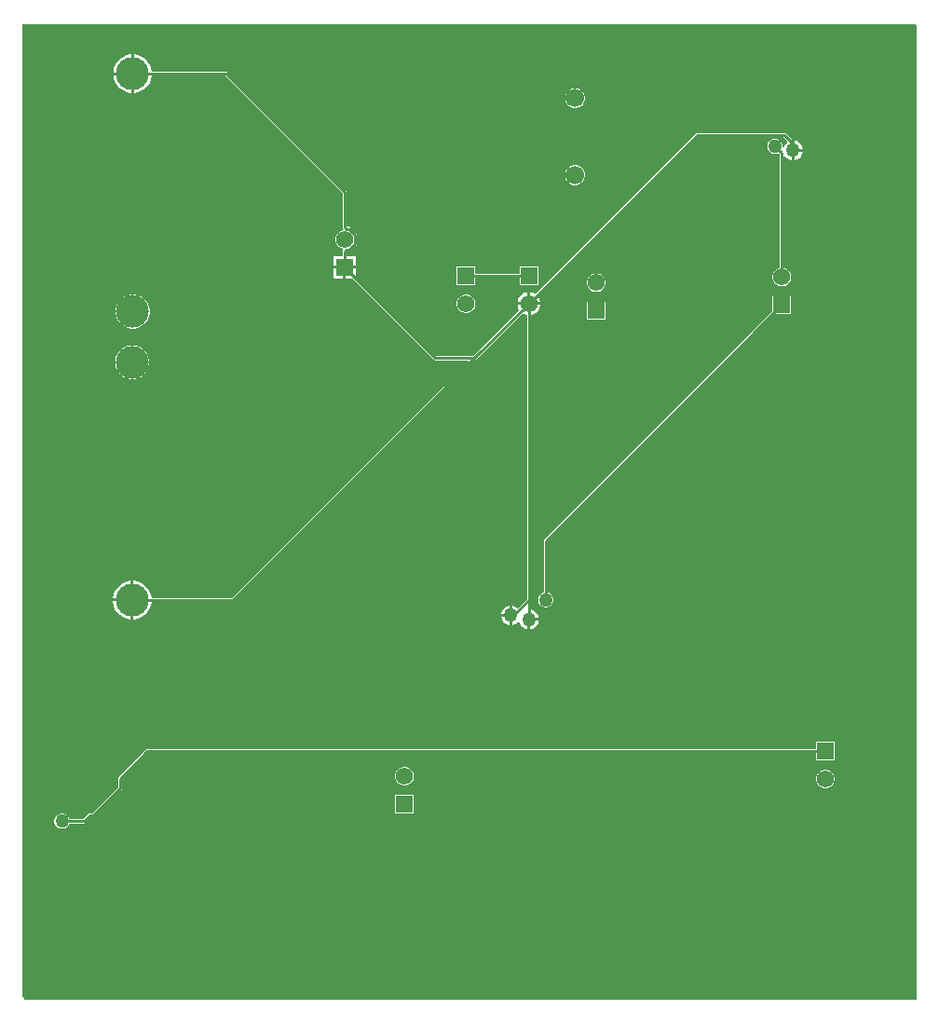
<source format=gbl>
G04*
G04 #@! TF.GenerationSoftware,Altium Limited,Altium Designer,21.5.1 (32)*
G04*
G04 Layer_Physical_Order=2*
G04 Layer_Color=16711680*
%FSLAX25Y25*%
%MOIN*%
G70*
G04*
G04 #@! TF.SameCoordinates,B2D6323A-8D7E-4EAA-9919-96392ECDF185*
G04*
G04*
G04 #@! TF.FilePolarity,Positive*
G04*
G01*
G75*
%ADD13C,0.01000*%
%ADD33C,0.06181*%
%ADD34R,0.06181X0.06181*%
%ADD37C,0.11811*%
%ADD38C,0.06693*%
%ADD39C,0.05000*%
G36*
X319500Y348500D02*
Y0D01*
X0D01*
Y500D01*
X-500Y1000D01*
Y349000D01*
X319000D01*
X319500Y348500D01*
D02*
G37*
%LPC*%
G36*
X38462Y338131D02*
X38282D01*
X36948Y337866D01*
X35691Y337345D01*
X34560Y336590D01*
X33599Y335628D01*
X32843Y334497D01*
X32322Y333240D01*
X32057Y331906D01*
Y331726D01*
X38462D01*
Y338131D01*
D02*
G37*
G36*
Y330726D02*
X32057D01*
Y330545D01*
X32322Y329211D01*
X32843Y327955D01*
X33599Y326824D01*
X34560Y325862D01*
X35691Y325106D01*
X36948Y324586D01*
X38282Y324320D01*
X38462D01*
Y330726D01*
D02*
G37*
G36*
X197745Y326081D02*
X196812D01*
X195911Y325839D01*
X195103Y325373D01*
X194443Y324713D01*
X193977Y323905D01*
X193735Y323004D01*
Y322071D01*
X193977Y321170D01*
X194443Y320362D01*
X195103Y319702D01*
X195911Y319236D01*
X196812Y318994D01*
X197745D01*
X198646Y319236D01*
X199454Y319702D01*
X200114Y320362D01*
X200581Y321170D01*
X200822Y322071D01*
Y323004D01*
X200581Y323905D01*
X200114Y324713D01*
X199454Y325373D01*
X198646Y325839D01*
X197745Y326081D01*
D02*
G37*
G36*
X272279Y309989D02*
X241079D01*
X240807Y309935D01*
X240576Y309781D01*
X183136Y252341D01*
X182358Y252790D01*
X181317Y253069D01*
X181279D01*
Y249479D01*
X184869D01*
Y249517D01*
X184590Y250557D01*
X184141Y251336D01*
X241373Y308568D01*
X271984D01*
X273311Y307242D01*
X273245Y306746D01*
X273130Y306679D01*
X272478Y306028D01*
X272017Y305230D01*
X271975Y305074D01*
X271476Y305140D01*
Y305634D01*
X271292Y306320D01*
X270937Y306935D01*
X270435Y307437D01*
X269820Y307792D01*
X269134Y307976D01*
X268424D01*
X267738Y307792D01*
X267123Y307437D01*
X266621Y306935D01*
X266266Y306320D01*
X266082Y305634D01*
Y304924D01*
X266266Y304238D01*
X266621Y303623D01*
X267123Y303121D01*
X267738Y302766D01*
X268424Y302582D01*
X269134D01*
X269820Y302766D01*
X270116Y302937D01*
X270568Y302484D01*
Y261692D01*
X270010Y261542D01*
X269260Y261109D01*
X268648Y260497D01*
X268215Y259748D01*
X267991Y258911D01*
Y258046D01*
X268215Y257210D01*
X268648Y256460D01*
X269260Y255848D01*
X270010Y255415D01*
X270846Y255191D01*
X271711D01*
X272548Y255415D01*
X273297Y255848D01*
X273909Y256460D01*
X274342Y257210D01*
X274566Y258046D01*
Y258911D01*
X274342Y259748D01*
X273909Y260497D01*
X273297Y261109D01*
X272548Y261542D01*
X271989Y261692D01*
Y301576D01*
X272437Y301717D01*
X272489Y301718D01*
X273130Y301078D01*
X273928Y300617D01*
X274779Y300389D01*
Y303879D01*
Y307784D01*
X272781Y309781D01*
X272551Y309935D01*
X272279Y309989D01*
D02*
G37*
G36*
X275779Y307368D02*
Y304379D01*
X278768D01*
X278540Y305230D01*
X278079Y306028D01*
X277428Y306679D01*
X276630Y307140D01*
X275779Y307368D01*
D02*
G37*
G36*
X278768Y303379D02*
X275779D01*
Y300389D01*
X276630Y300617D01*
X277428Y301078D01*
X278079Y301730D01*
X278540Y302528D01*
X278768Y303379D01*
D02*
G37*
G36*
X197745Y298522D02*
X196812D01*
X195911Y298281D01*
X195103Y297814D01*
X194443Y297154D01*
X193977Y296346D01*
X193735Y295445D01*
Y294512D01*
X193977Y293611D01*
X194443Y292803D01*
X195103Y292143D01*
X195911Y291677D01*
X196812Y291435D01*
X197745D01*
X198646Y291677D01*
X199454Y292143D01*
X200114Y292803D01*
X200581Y293611D01*
X200822Y294512D01*
Y295445D01*
X200581Y296346D01*
X200114Y297154D01*
X199454Y297814D01*
X198646Y298281D01*
X197745Y298522D01*
D02*
G37*
G36*
X39643Y338131D02*
X39463D01*
Y331226D01*
Y324320D01*
X39643D01*
X40977Y324586D01*
X42233Y325106D01*
X43365Y325862D01*
X44326Y326824D01*
X45082Y327955D01*
X45603Y329211D01*
X45862Y330515D01*
X72237D01*
X114068Y288684D01*
Y276352D01*
X114122Y276080D01*
X114276Y275849D01*
X114401Y275725D01*
X114193Y275225D01*
X113510Y275042D01*
X112760Y274609D01*
X112148Y273997D01*
X111715Y273248D01*
X111491Y272411D01*
Y271546D01*
X111715Y270710D01*
X112148Y269960D01*
X112760Y269348D01*
X113510Y268915D01*
X114193Y268732D01*
X114401Y268233D01*
X114276Y268108D01*
X114122Y267877D01*
X114068Y267605D01*
Y266069D01*
X110688D01*
Y262479D01*
X114779D01*
X118869D01*
Y266069D01*
X115489D01*
Y267311D01*
X115659Y267481D01*
X116348D01*
X116619Y267535D01*
X116850Y267689D01*
X119069Y269907D01*
X119222Y270138D01*
X119277Y270410D01*
Y273547D01*
X119222Y273819D01*
X119069Y274050D01*
X116850Y276269D01*
X116619Y276423D01*
X116348Y276477D01*
X115659D01*
X115489Y276646D01*
Y288979D01*
X115435Y289251D01*
X115281Y289481D01*
X73034Y331728D01*
X72804Y331882D01*
X72532Y331936D01*
X45862D01*
X45603Y333240D01*
X45082Y334497D01*
X44326Y335628D01*
X43365Y336590D01*
X42233Y337345D01*
X40977Y337866D01*
X39643Y338131D01*
D02*
G37*
G36*
X184066Y262266D02*
X177491D01*
Y259689D01*
X161566D01*
Y262266D01*
X154991D01*
Y255691D01*
X161566D01*
Y258268D01*
X177491D01*
Y255691D01*
X184066D01*
Y262266D01*
D02*
G37*
G36*
X114279Y261479D02*
X110688D01*
Y257888D01*
X114279D01*
Y261479D01*
D02*
G37*
G36*
X205211Y259766D02*
X204346D01*
X203510Y259542D01*
X202760Y259109D01*
X202148Y258497D01*
X201715Y257748D01*
X201491Y256911D01*
Y256046D01*
X201715Y255210D01*
X202148Y254460D01*
X202760Y253848D01*
X203510Y253415D01*
X204346Y253191D01*
X205211D01*
X206048Y253415D01*
X206797Y253848D01*
X207409Y254460D01*
X207842Y255210D01*
X208066Y256046D01*
Y256911D01*
X207842Y257748D01*
X207409Y258497D01*
X206797Y259109D01*
X206048Y259542D01*
X205211Y259766D01*
D02*
G37*
G36*
X180279Y253069D02*
X180240D01*
X179200Y252790D01*
X178267Y252252D01*
X177505Y251490D01*
X176967Y250557D01*
X176688Y249517D01*
Y249479D01*
X180279D01*
Y253069D01*
D02*
G37*
G36*
X158712Y252266D02*
X157846D01*
X157010Y252042D01*
X156260Y251609D01*
X155648Y250997D01*
X155215Y250248D01*
X154991Y249412D01*
Y248546D01*
X155215Y247710D01*
X155648Y246960D01*
X156260Y246348D01*
X157010Y245915D01*
X157846Y245691D01*
X158712D01*
X159548Y245915D01*
X160297Y246348D01*
X160909Y246960D01*
X161342Y247710D01*
X161566Y248546D01*
Y249412D01*
X161342Y250248D01*
X160909Y250997D01*
X160297Y251609D01*
X159548Y252042D01*
X158712Y252266D01*
D02*
G37*
G36*
X208066Y249766D02*
X201491D01*
Y243191D01*
X208066D01*
Y249766D01*
D02*
G37*
G36*
X39564Y252289D02*
X38361D01*
X37183Y252054D01*
X36072Y251594D01*
X35072Y250926D01*
X34222Y250076D01*
X33555Y249077D01*
X33095Y247966D01*
X32860Y246787D01*
Y245585D01*
X33095Y244406D01*
X33555Y243296D01*
X34222Y242296D01*
X35072Y241446D01*
X36072Y240778D01*
X37183Y240318D01*
X38361Y240084D01*
X39564D01*
X40742Y240318D01*
X41853Y240778D01*
X42853Y241446D01*
X43703Y242296D01*
X44370Y243296D01*
X44830Y244406D01*
X45065Y245585D01*
Y246787D01*
X44830Y247966D01*
X44370Y249077D01*
X43703Y250076D01*
X42853Y250926D01*
X41853Y251594D01*
X40742Y252054D01*
X39564Y252289D01*
D02*
G37*
G36*
X39380Y234101D02*
X38178D01*
X36999Y233866D01*
X35888Y233406D01*
X34889Y232738D01*
X34039Y231889D01*
X33371Y230889D01*
X32911Y229779D01*
X32676Y228600D01*
Y227397D01*
X32911Y226219D01*
X33371Y225108D01*
X34039Y224108D01*
X34889Y223258D01*
X35888Y222591D01*
X36999Y222131D01*
X38178Y221896D01*
X39380D01*
X40559Y222131D01*
X41669Y222591D01*
X42669Y223258D01*
X43519Y224108D01*
X44186Y225108D01*
X44646Y226219D01*
X44881Y227397D01*
Y228600D01*
X44646Y229779D01*
X44186Y230889D01*
X43519Y231889D01*
X42669Y232738D01*
X41669Y233406D01*
X40559Y233866D01*
X39380Y234101D01*
D02*
G37*
G36*
X38279Y149865D02*
X38099D01*
X36764Y149599D01*
X35508Y149079D01*
X34377Y148323D01*
X33415Y147361D01*
X32659Y146230D01*
X32139Y144973D01*
X31873Y143639D01*
Y143459D01*
X38279D01*
Y149865D01*
D02*
G37*
G36*
X274566Y251766D02*
X267991D01*
Y246196D01*
X186276Y164481D01*
X186122Y164251D01*
X186068Y163979D01*
Y145580D01*
X185738Y145492D01*
X185123Y145137D01*
X184621Y144635D01*
X184266Y144020D01*
X184082Y143334D01*
Y142624D01*
X184266Y141938D01*
X184621Y141323D01*
X185123Y140821D01*
X185738Y140466D01*
X186424Y140282D01*
X187134D01*
X187820Y140466D01*
X188435Y140821D01*
X188937Y141323D01*
X189292Y141938D01*
X189476Y142624D01*
Y143334D01*
X189292Y144020D01*
X188937Y144635D01*
X188435Y145137D01*
X187820Y145492D01*
X187489Y145580D01*
Y163684D01*
X268996Y245191D01*
X274566D01*
Y251766D01*
D02*
G37*
G36*
X118869Y261479D02*
X115279D01*
Y257888D01*
X117864D01*
X146776Y228976D01*
X147007Y228822D01*
X147279Y228768D01*
X158910D01*
X159101Y228306D01*
X74465Y143670D01*
X45678D01*
X45419Y144973D01*
X44898Y146230D01*
X44142Y147361D01*
X43181Y148323D01*
X42050Y149079D01*
X40793Y149599D01*
X39459Y149865D01*
X39279D01*
Y142959D01*
Y136054D01*
X39459D01*
X40793Y136319D01*
X42050Y136839D01*
X43181Y137595D01*
X44142Y138557D01*
X44898Y139688D01*
X45419Y140945D01*
X45678Y142249D01*
X74759D01*
X75031Y142303D01*
X75261Y142457D01*
X161781Y228976D01*
X178421Y245616D01*
X179200Y245167D01*
X180068Y244934D01*
Y143273D01*
X176751Y139956D01*
X176428Y140279D01*
X175630Y140740D01*
X174779Y140968D01*
Y137479D01*
Y133989D01*
X175630Y134217D01*
X176428Y134678D01*
X176877Y135127D01*
X177435Y134980D01*
X177517Y134671D01*
X177978Y133873D01*
X178630Y133221D01*
X179428Y132761D01*
X180279Y132533D01*
Y136022D01*
X180779D01*
Y136522D01*
X184268D01*
X184040Y137373D01*
X183579Y138171D01*
X182928Y138823D01*
X182130Y139284D01*
X181489Y139455D01*
Y142979D01*
Y244934D01*
X182358Y245167D01*
X183290Y245705D01*
X184052Y246467D01*
X184590Y247400D01*
X184869Y248440D01*
Y248479D01*
X180779D01*
X176688D01*
Y248440D01*
X176967Y247400D01*
X177416Y246621D01*
X160984Y230189D01*
X147573D01*
X118869Y258893D01*
Y261479D01*
D02*
G37*
G36*
X173779Y140968D02*
X172928Y140740D01*
X172130Y140279D01*
X171478Y139628D01*
X171017Y138830D01*
X170789Y137979D01*
X173779D01*
Y140968D01*
D02*
G37*
G36*
X38279Y142459D02*
X31873D01*
Y142279D01*
X32139Y140945D01*
X32659Y139688D01*
X33415Y138557D01*
X34377Y137595D01*
X35508Y136839D01*
X36764Y136319D01*
X38099Y136054D01*
X38279D01*
Y142459D01*
D02*
G37*
G36*
X173779Y136979D02*
X170789D01*
X171017Y136128D01*
X171478Y135330D01*
X172130Y134678D01*
X172928Y134217D01*
X173779Y133989D01*
Y136979D01*
D02*
G37*
G36*
X184268Y135522D02*
X181279D01*
Y132533D01*
X182130Y132761D01*
X182928Y133221D01*
X183579Y133873D01*
X184040Y134671D01*
X184268Y135522D01*
D02*
G37*
G36*
X290066Y92266D02*
X283491D01*
Y89689D01*
X44279D01*
X44007Y89635D01*
X43776Y89481D01*
X33874Y79579D01*
X33720Y79349D01*
X33666Y79077D01*
Y75871D01*
X24484Y66689D01*
X23696D01*
X23424Y66635D01*
X23194Y66481D01*
X21230Y64517D01*
X16291D01*
X16202Y64847D01*
X15847Y65462D01*
X15345Y65964D01*
X14730Y66319D01*
X14044Y66503D01*
X13334D01*
X12648Y66319D01*
X12033Y65964D01*
X11531Y65462D01*
X11176Y64847D01*
X10992Y64161D01*
Y63451D01*
X11176Y62765D01*
X11531Y62150D01*
X12033Y61648D01*
X12648Y61293D01*
X13334Y61110D01*
X14044D01*
X14730Y61293D01*
X15345Y61648D01*
X15847Y62150D01*
X16202Y62765D01*
X16291Y63096D01*
X21524D01*
X21796Y63150D01*
X22026Y63304D01*
X23991Y65268D01*
X24779D01*
X25051Y65322D01*
X25281Y65476D01*
X34879Y75074D01*
X35033Y75305D01*
X35087Y75577D01*
Y78782D01*
X44573Y88268D01*
X283491D01*
Y85691D01*
X290066D01*
Y92266D01*
D02*
G37*
G36*
X136712Y83266D02*
X135846D01*
X135010Y83042D01*
X134260Y82609D01*
X133648Y81997D01*
X133215Y81248D01*
X132991Y80411D01*
Y79546D01*
X133215Y78710D01*
X133648Y77960D01*
X134260Y77348D01*
X135010Y76915D01*
X135846Y76691D01*
X136712D01*
X137548Y76915D01*
X138297Y77348D01*
X138909Y77960D01*
X139342Y78710D01*
X139566Y79546D01*
Y80411D01*
X139342Y81248D01*
X138909Y81997D01*
X138297Y82609D01*
X137548Y83042D01*
X136712Y83266D01*
D02*
G37*
G36*
X287211Y82266D02*
X286346D01*
X285510Y82042D01*
X284760Y81609D01*
X284148Y80997D01*
X283715Y80248D01*
X283491Y79412D01*
Y78546D01*
X283715Y77710D01*
X284148Y76960D01*
X284760Y76348D01*
X285510Y75915D01*
X286346Y75691D01*
X287211D01*
X288048Y75915D01*
X288797Y76348D01*
X289409Y76960D01*
X289842Y77710D01*
X290066Y78546D01*
Y79412D01*
X289842Y80248D01*
X289409Y80997D01*
X288797Y81609D01*
X288048Y82042D01*
X287211Y82266D01*
D02*
G37*
G36*
X139566Y73266D02*
X132991D01*
Y66691D01*
X139566D01*
Y73266D01*
D02*
G37*
%LPD*%
D13*
X72532Y331226D02*
X114779Y288979D01*
X38963Y331226D02*
X72532D01*
X114779Y276352D02*
Y288979D01*
Y267605D02*
X115365Y268191D01*
X116348D01*
X114779Y261979D02*
Y267605D01*
X115365Y275766D02*
X116348D01*
Y268191D02*
X118566Y270410D01*
X116348Y275766D02*
X118566Y273547D01*
Y270410D02*
Y273547D01*
X114779Y276352D02*
X115365Y275766D01*
X23696Y65979D02*
X24779D01*
X34377Y75577D02*
Y79077D01*
X24779Y65979D02*
X34377Y75577D01*
X13689Y63806D02*
X21524D01*
X23696Y65979D01*
X34377Y79077D02*
X44279Y88979D01*
X286779D01*
X174279Y137479D02*
X175279D01*
X180779Y142979D01*
Y136022D02*
Y142979D01*
Y248979D01*
X161279Y229479D02*
X180779Y248979D01*
X74759Y142959D02*
X161279Y229479D01*
X38779Y142959D02*
X74759D01*
X114779Y261979D02*
X147279Y229479D01*
X161279D01*
X275279Y303879D02*
Y306279D01*
X272279Y309279D02*
X275279Y306279D01*
X241079Y309279D02*
X272279D01*
X180779Y248979D02*
X241079Y309279D01*
X271279Y258479D02*
Y302779D01*
X268779Y305279D02*
X271279Y302779D01*
X186779Y163979D02*
X271279Y248479D01*
X186779Y142979D02*
Y163979D01*
X158279Y258979D02*
X180779D01*
D33*
X114779Y271979D02*
D03*
X271279Y258479D02*
D03*
X286779Y78979D02*
D03*
X136279Y79979D02*
D03*
X204779Y256479D02*
D03*
X180779Y248979D02*
D03*
X158279D02*
D03*
D34*
X114779Y261979D02*
D03*
X271279Y248479D02*
D03*
X286779Y88979D02*
D03*
X136279Y69979D02*
D03*
X204779Y246479D02*
D03*
X180779Y258979D02*
D03*
X158279D02*
D03*
D37*
X38779Y227998D02*
D03*
Y142959D02*
D03*
X38963Y331226D02*
D03*
Y246186D02*
D03*
D38*
X197279Y322538D02*
D03*
Y294979D02*
D03*
D39*
X13689Y63806D02*
D03*
X174279Y137479D02*
D03*
X180779Y136022D02*
D03*
X275279Y303879D02*
D03*
X268779Y305279D02*
D03*
X186779Y142979D02*
D03*
M02*

</source>
